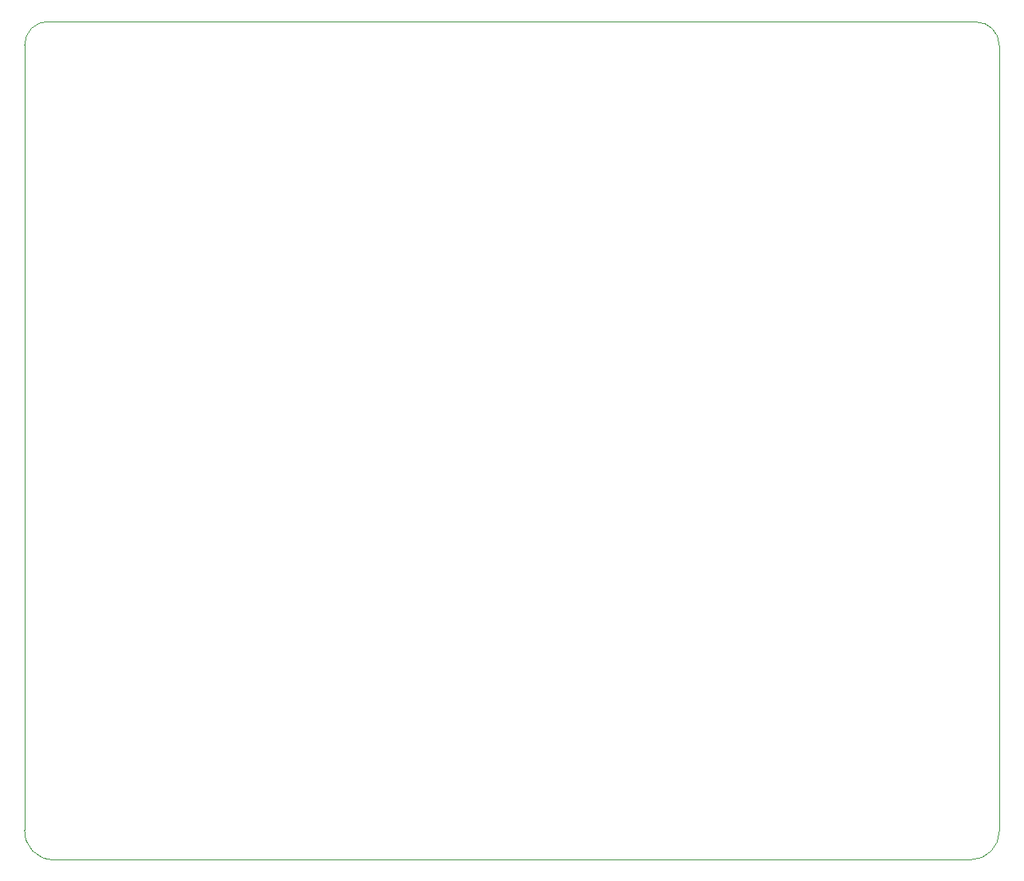
<source format=gbr>
G04 #@! TF.GenerationSoftware,KiCad,Pcbnew,(5.1.10)-1*
G04 #@! TF.CreationDate,2022-04-16T12:49:33+05:30*
G04 #@! TF.ProjectId,New PCB Stack,4e657720-5043-4422-9053-7461636b2e6b,rev?*
G04 #@! TF.SameCoordinates,Original*
G04 #@! TF.FileFunction,Profile,NP*
%FSLAX46Y46*%
G04 Gerber Fmt 4.6, Leading zero omitted, Abs format (unit mm)*
G04 Created by KiCad (PCBNEW (5.1.10)-1) date 2022-04-16 12:49:33*
%MOMM*%
%LPD*%
G01*
G04 APERTURE LIST*
G04 #@! TA.AperFunction,Profile*
%ADD10C,0.050000*%
G04 #@! TD*
G04 APERTURE END LIST*
D10*
X177000000Y-122936000D02*
G75*
G02*
X173952000Y-125984000I-3048000J0D01*
G01*
X76569000Y-125984000D02*
G75*
G02*
X73521000Y-122806357I-1J3050644D01*
G01*
X73521000Y-39457000D02*
G75*
G02*
X76021000Y-36957000I2500000J0D01*
G01*
X174498000Y-37000001D02*
G75*
G02*
X177000000Y-39500000I2000J-2499999D01*
G01*
X177000000Y-39500000D02*
X177000000Y-122936000D01*
X76021000Y-36957000D02*
X174498000Y-37000001D01*
X73521000Y-122806357D02*
X73521000Y-39457000D01*
X173952000Y-125984000D02*
X76569000Y-125984000D01*
M02*

</source>
